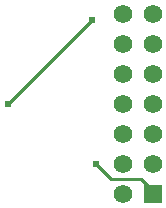
<source format=gbl>
G04 Layer: BottomLayer*
G04 EasyEDA v5.9.42, Wed, 03 Apr 2019 18:24:54 GMT*
G04 579cbe9e52b34580ac28a50418072f00*
G04 Gerber Generator version 0.2*
G04 Scale: 100 percent, Rotated: No, Reflected: No *
G04 Dimensions in millimeters *
G04 leading zeros omitted , absolute positions ,3 integer and 3 decimal *
%FSLAX33Y33*%
%MOMM*%
G90*
G71D02*

%ADD10C,0.254000*%
%ADD11C,0.619760*%
%ADD16R,1.574800X1.574800*%
%ADD17C,1.574800*%

%LPD*%
G54D10*
G01X23114Y21717D02*
G01X16002Y14605D01*
G01X23495Y9525D02*
G01X24765Y8255D01*
G01X27305Y8255D01*
G01X28310Y7249D01*
G01X28310Y7018D01*
G54D16*
G01X28310Y7018D03*
G54D17*
G01X25770Y7018D03*
G01X28310Y9558D03*
G01X25770Y9558D03*
G01X28310Y12098D03*
G01X25770Y12098D03*
G01X28310Y14638D03*
G01X25770Y14638D03*
G01X28310Y17178D03*
G01X25770Y17178D03*
G01X28310Y19718D03*
G01X25770Y19718D03*
G01X28310Y22258D03*
G01X25770Y22258D03*
G54D11*
G01X23114Y21717D03*
G01X16002Y14605D03*
G01X23495Y9525D03*
M00*
M02*

</source>
